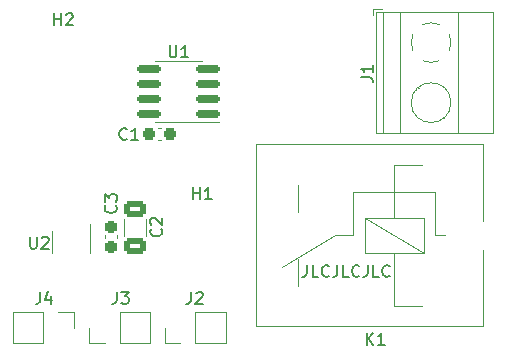
<source format=gto>
G04 #@! TF.GenerationSoftware,KiCad,Pcbnew,6.0.6*
G04 #@! TF.CreationDate,2022-07-14T17:33:28+02:00*
G04 #@! TF.ProjectId,3D_power_meter,33445f70-6f77-4657-925f-6d657465722e,rev?*
G04 #@! TF.SameCoordinates,Original*
G04 #@! TF.FileFunction,Legend,Top*
G04 #@! TF.FilePolarity,Positive*
%FSLAX46Y46*%
G04 Gerber Fmt 4.6, Leading zero omitted, Abs format (unit mm)*
G04 Created by KiCad (PCBNEW 6.0.6) date 2022-07-14 17:33:28*
%MOMM*%
%LPD*%
G01*
G04 APERTURE LIST*
G04 Aperture macros list*
%AMRoundRect*
0 Rectangle with rounded corners*
0 $1 Rounding radius*
0 $2 $3 $4 $5 $6 $7 $8 $9 X,Y pos of 4 corners*
0 Add a 4 corners polygon primitive as box body*
4,1,4,$2,$3,$4,$5,$6,$7,$8,$9,$2,$3,0*
0 Add four circle primitives for the rounded corners*
1,1,$1+$1,$2,$3*
1,1,$1+$1,$4,$5*
1,1,$1+$1,$6,$7*
1,1,$1+$1,$8,$9*
0 Add four rect primitives between the rounded corners*
20,1,$1+$1,$2,$3,$4,$5,0*
20,1,$1+$1,$4,$5,$6,$7,0*
20,1,$1+$1,$6,$7,$8,$9,0*
20,1,$1+$1,$8,$9,$2,$3,0*%
G04 Aperture macros list end*
%ADD10C,0.150000*%
%ADD11C,0.120000*%
%ADD12C,3.200000*%
%ADD13R,1.700000X1.700000*%
%ADD14O,1.700000X1.700000*%
%ADD15RoundRect,0.237500X-0.300000X-0.237500X0.300000X-0.237500X0.300000X0.237500X-0.300000X0.237500X0*%
%ADD16RoundRect,0.237500X-0.237500X0.300000X-0.237500X-0.300000X0.237500X-0.300000X0.237500X0.300000X0*%
%ADD17RoundRect,0.250000X-0.650000X0.412500X-0.650000X-0.412500X0.650000X-0.412500X0.650000X0.412500X0*%
%ADD18C,3.000000*%
%ADD19R,2.600000X2.600000*%
%ADD20C,2.600000*%
%ADD21R,0.650000X1.560000*%
%ADD22RoundRect,0.150000X0.825000X0.150000X-0.825000X0.150000X-0.825000X-0.150000X0.825000X-0.150000X0*%
G04 APERTURE END LIST*
D10*
X186141666Y-112702380D02*
X186141666Y-113416666D01*
X186094047Y-113559523D01*
X185998809Y-113654761D01*
X185855952Y-113702380D01*
X185760714Y-113702380D01*
X187094047Y-113702380D02*
X186617857Y-113702380D01*
X186617857Y-112702380D01*
X187998809Y-113607142D02*
X187951190Y-113654761D01*
X187808333Y-113702380D01*
X187713095Y-113702380D01*
X187570238Y-113654761D01*
X187475000Y-113559523D01*
X187427380Y-113464285D01*
X187379761Y-113273809D01*
X187379761Y-113130952D01*
X187427380Y-112940476D01*
X187475000Y-112845238D01*
X187570238Y-112750000D01*
X187713095Y-112702380D01*
X187808333Y-112702380D01*
X187951190Y-112750000D01*
X187998809Y-112797619D01*
X188713095Y-112702380D02*
X188713095Y-113416666D01*
X188665476Y-113559523D01*
X188570238Y-113654761D01*
X188427380Y-113702380D01*
X188332142Y-113702380D01*
X189665476Y-113702380D02*
X189189285Y-113702380D01*
X189189285Y-112702380D01*
X190570238Y-113607142D02*
X190522619Y-113654761D01*
X190379761Y-113702380D01*
X190284523Y-113702380D01*
X190141666Y-113654761D01*
X190046428Y-113559523D01*
X189998809Y-113464285D01*
X189951190Y-113273809D01*
X189951190Y-113130952D01*
X189998809Y-112940476D01*
X190046428Y-112845238D01*
X190141666Y-112750000D01*
X190284523Y-112702380D01*
X190379761Y-112702380D01*
X190522619Y-112750000D01*
X190570238Y-112797619D01*
X191284523Y-112702380D02*
X191284523Y-113416666D01*
X191236904Y-113559523D01*
X191141666Y-113654761D01*
X190998809Y-113702380D01*
X190903571Y-113702380D01*
X192236904Y-113702380D02*
X191760714Y-113702380D01*
X191760714Y-112702380D01*
X193141666Y-113607142D02*
X193094047Y-113654761D01*
X192951190Y-113702380D01*
X192855952Y-113702380D01*
X192713095Y-113654761D01*
X192617857Y-113559523D01*
X192570238Y-113464285D01*
X192522619Y-113273809D01*
X192522619Y-113130952D01*
X192570238Y-112940476D01*
X192617857Y-112845238D01*
X192713095Y-112750000D01*
X192855952Y-112702380D01*
X192951190Y-112702380D01*
X193094047Y-112750000D01*
X193141666Y-112797619D01*
X164763095Y-92402380D02*
X164763095Y-91402380D01*
X164763095Y-91878571D02*
X165334523Y-91878571D01*
X165334523Y-92402380D02*
X165334523Y-91402380D01*
X165763095Y-91497619D02*
X165810714Y-91450000D01*
X165905952Y-91402380D01*
X166144047Y-91402380D01*
X166239285Y-91450000D01*
X166286904Y-91497619D01*
X166334523Y-91592857D01*
X166334523Y-91688095D01*
X166286904Y-91830952D01*
X165715476Y-92402380D01*
X166334523Y-92402380D01*
X170041666Y-114977380D02*
X170041666Y-115691666D01*
X169994047Y-115834523D01*
X169898809Y-115929761D01*
X169755952Y-115977380D01*
X169660714Y-115977380D01*
X170422619Y-114977380D02*
X171041666Y-114977380D01*
X170708333Y-115358333D01*
X170851190Y-115358333D01*
X170946428Y-115405952D01*
X170994047Y-115453571D01*
X171041666Y-115548809D01*
X171041666Y-115786904D01*
X170994047Y-115882142D01*
X170946428Y-115929761D01*
X170851190Y-115977380D01*
X170565476Y-115977380D01*
X170470238Y-115929761D01*
X170422619Y-115882142D01*
X170883333Y-102007142D02*
X170835714Y-102054761D01*
X170692857Y-102102380D01*
X170597619Y-102102380D01*
X170454761Y-102054761D01*
X170359523Y-101959523D01*
X170311904Y-101864285D01*
X170264285Y-101673809D01*
X170264285Y-101530952D01*
X170311904Y-101340476D01*
X170359523Y-101245238D01*
X170454761Y-101150000D01*
X170597619Y-101102380D01*
X170692857Y-101102380D01*
X170835714Y-101150000D01*
X170883333Y-101197619D01*
X171835714Y-102102380D02*
X171264285Y-102102380D01*
X171550000Y-102102380D02*
X171550000Y-101102380D01*
X171454761Y-101245238D01*
X171359523Y-101340476D01*
X171264285Y-101388095D01*
X169932142Y-107666666D02*
X169979761Y-107714285D01*
X170027380Y-107857142D01*
X170027380Y-107952380D01*
X169979761Y-108095238D01*
X169884523Y-108190476D01*
X169789285Y-108238095D01*
X169598809Y-108285714D01*
X169455952Y-108285714D01*
X169265476Y-108238095D01*
X169170238Y-108190476D01*
X169075000Y-108095238D01*
X169027380Y-107952380D01*
X169027380Y-107857142D01*
X169075000Y-107714285D01*
X169122619Y-107666666D01*
X169027380Y-107333333D02*
X169027380Y-106714285D01*
X169408333Y-107047619D01*
X169408333Y-106904761D01*
X169455952Y-106809523D01*
X169503571Y-106761904D01*
X169598809Y-106714285D01*
X169836904Y-106714285D01*
X169932142Y-106761904D01*
X169979761Y-106809523D01*
X170027380Y-106904761D01*
X170027380Y-107190476D01*
X169979761Y-107285714D01*
X169932142Y-107333333D01*
X173782142Y-109666666D02*
X173829761Y-109714285D01*
X173877380Y-109857142D01*
X173877380Y-109952380D01*
X173829761Y-110095238D01*
X173734523Y-110190476D01*
X173639285Y-110238095D01*
X173448809Y-110285714D01*
X173305952Y-110285714D01*
X173115476Y-110238095D01*
X173020238Y-110190476D01*
X172925000Y-110095238D01*
X172877380Y-109952380D01*
X172877380Y-109857142D01*
X172925000Y-109714285D01*
X172972619Y-109666666D01*
X172972619Y-109285714D02*
X172925000Y-109238095D01*
X172877380Y-109142857D01*
X172877380Y-108904761D01*
X172925000Y-108809523D01*
X172972619Y-108761904D01*
X173067857Y-108714285D01*
X173163095Y-108714285D01*
X173305952Y-108761904D01*
X173877380Y-109333333D01*
X173877380Y-108714285D01*
X163541666Y-114977380D02*
X163541666Y-115691666D01*
X163494047Y-115834523D01*
X163398809Y-115929761D01*
X163255952Y-115977380D01*
X163160714Y-115977380D01*
X164446428Y-115310714D02*
X164446428Y-115977380D01*
X164208333Y-114929761D02*
X163970238Y-115644047D01*
X164589285Y-115644047D01*
X176316666Y-115002380D02*
X176316666Y-115716666D01*
X176269047Y-115859523D01*
X176173809Y-115954761D01*
X176030952Y-116002380D01*
X175935714Y-116002380D01*
X176745238Y-115097619D02*
X176792857Y-115050000D01*
X176888095Y-115002380D01*
X177126190Y-115002380D01*
X177221428Y-115050000D01*
X177269047Y-115097619D01*
X177316666Y-115192857D01*
X177316666Y-115288095D01*
X177269047Y-115430952D01*
X176697619Y-116002380D01*
X177316666Y-116002380D01*
X191186904Y-119452380D02*
X191186904Y-118452380D01*
X191758333Y-119452380D02*
X191329761Y-118880952D01*
X191758333Y-118452380D02*
X191186904Y-119023809D01*
X192710714Y-119452380D02*
X192139285Y-119452380D01*
X192425000Y-119452380D02*
X192425000Y-118452380D01*
X192329761Y-118595238D01*
X192234523Y-118690476D01*
X192139285Y-118738095D01*
X190702380Y-96808333D02*
X191416666Y-96808333D01*
X191559523Y-96855952D01*
X191654761Y-96951190D01*
X191702380Y-97094047D01*
X191702380Y-97189285D01*
X191702380Y-95808333D02*
X191702380Y-96379761D01*
X191702380Y-96094047D02*
X190702380Y-96094047D01*
X190845238Y-96189285D01*
X190940476Y-96284523D01*
X190988095Y-96379761D01*
X176513095Y-107127380D02*
X176513095Y-106127380D01*
X176513095Y-106603571D02*
X177084523Y-106603571D01*
X177084523Y-107127380D02*
X177084523Y-106127380D01*
X178084523Y-107127380D02*
X177513095Y-107127380D01*
X177798809Y-107127380D02*
X177798809Y-106127380D01*
X177703571Y-106270238D01*
X177608333Y-106365476D01*
X177513095Y-106413095D01*
X162688095Y-110327380D02*
X162688095Y-111136904D01*
X162735714Y-111232142D01*
X162783333Y-111279761D01*
X162878571Y-111327380D01*
X163069047Y-111327380D01*
X163164285Y-111279761D01*
X163211904Y-111232142D01*
X163259523Y-111136904D01*
X163259523Y-110327380D01*
X163688095Y-110422619D02*
X163735714Y-110375000D01*
X163830952Y-110327380D01*
X164069047Y-110327380D01*
X164164285Y-110375000D01*
X164211904Y-110422619D01*
X164259523Y-110517857D01*
X164259523Y-110613095D01*
X164211904Y-110755952D01*
X163640476Y-111327380D01*
X164259523Y-111327380D01*
X174513095Y-94102380D02*
X174513095Y-94911904D01*
X174560714Y-95007142D01*
X174608333Y-95054761D01*
X174703571Y-95102380D01*
X174894047Y-95102380D01*
X174989285Y-95054761D01*
X175036904Y-95007142D01*
X175084523Y-94911904D01*
X175084523Y-94102380D01*
X176084523Y-95102380D02*
X175513095Y-95102380D01*
X175798809Y-95102380D02*
X175798809Y-94102380D01*
X175703571Y-94245238D01*
X175608333Y-94340476D01*
X175513095Y-94388095D01*
D11*
X163830000Y-116670000D02*
X161230000Y-116670000D01*
X161230000Y-116670000D02*
X161230000Y-119330000D01*
X166430000Y-116670000D02*
X166430000Y-118000000D01*
X163830000Y-119330000D02*
X161230000Y-119330000D01*
X163830000Y-116670000D02*
X163830000Y-119330000D01*
X165100000Y-116670000D02*
X166430000Y-116670000D01*
X173503733Y-101090000D02*
X173796267Y-101090000D01*
X173503733Y-102110000D02*
X173796267Y-102110000D01*
X169065000Y-110166233D02*
X169065000Y-110458767D01*
X170085000Y-110166233D02*
X170085000Y-110458767D01*
X172485000Y-108788748D02*
X172485000Y-110211252D01*
X170665000Y-108788748D02*
X170665000Y-110211252D01*
X167670000Y-119330000D02*
X167670000Y-118000000D01*
X170270000Y-119330000D02*
X172870000Y-119330000D01*
X172870000Y-119330000D02*
X172870000Y-116670000D01*
X170270000Y-116670000D02*
X172870000Y-116670000D01*
X170270000Y-119330000D02*
X170270000Y-116670000D01*
X169000000Y-119330000D02*
X167670000Y-119330000D01*
X174095000Y-119330000D02*
X174095000Y-118000000D01*
X179295000Y-119330000D02*
X179295000Y-116670000D01*
X176695000Y-119330000D02*
X179295000Y-119330000D01*
X175425000Y-119330000D02*
X174095000Y-119330000D01*
X176695000Y-119330000D02*
X176695000Y-116670000D01*
X176695000Y-116670000D02*
X179295000Y-116670000D01*
X196050000Y-108700000D02*
X196050000Y-111700000D01*
X190050000Y-106500000D02*
X196950000Y-106500000D01*
X201050000Y-117900000D02*
X201050000Y-111400000D01*
X191050000Y-108700000D02*
X196050000Y-111700000D01*
X195850000Y-104200000D02*
X193550000Y-104200000D01*
X193550000Y-116200000D02*
X195850000Y-116200000D01*
X181850000Y-117900000D02*
X181850000Y-102500000D01*
X185350000Y-105900000D02*
X185350000Y-108200000D01*
X201050000Y-109000000D02*
X201050000Y-102500000D01*
X188550000Y-110200000D02*
X184050000Y-112900000D01*
X201050000Y-117900000D02*
X181850000Y-117900000D01*
X193550000Y-108700000D02*
X193550000Y-104200000D01*
X181850000Y-102500000D02*
X201050000Y-102500000D01*
X190050000Y-110200000D02*
X190050000Y-106500000D01*
X196050000Y-111700000D02*
X191050000Y-111700000D01*
X191050000Y-111700000D02*
X191050000Y-108700000D01*
X193550000Y-116200000D02*
X193550000Y-111700000D01*
X185350000Y-114500000D02*
X185350000Y-112200000D01*
X190050000Y-110200000D02*
X188550000Y-110200000D01*
X196950000Y-110200000D02*
X197850000Y-110200000D01*
X196950000Y-110200000D02*
X196950000Y-106500000D01*
X191050000Y-108700000D02*
X196050000Y-108700000D01*
X191745000Y-91040000D02*
X191745000Y-91540000D01*
X198946000Y-91280000D02*
X198946000Y-101560000D01*
X192485000Y-91040000D02*
X191745000Y-91040000D01*
X201906000Y-91280000D02*
X201906000Y-101560000D01*
X192545000Y-91280000D02*
X192545000Y-101560000D01*
X201906000Y-91280000D02*
X191985000Y-91280000D01*
X197714000Y-100235000D02*
X197668000Y-100188000D01*
X195406000Y-97926000D02*
X195371000Y-97891000D01*
X194045000Y-91280000D02*
X194045000Y-101560000D01*
X191985000Y-91280000D02*
X191985000Y-101560000D01*
X195622000Y-97733000D02*
X195576000Y-97686000D01*
X201906000Y-101560000D02*
X191985000Y-101560000D01*
X197920000Y-100030000D02*
X197884000Y-99995000D01*
X197329000Y-92345000D02*
G75*
G03*
X195961958Y-92344573I-684001J-1534993D01*
G01*
X198180000Y-94564000D02*
G75*
G03*
X198180427Y-93196958I-1534993J684001D01*
G01*
X195961000Y-95415001D02*
G75*
G03*
X197328042Y-95415427I684000J1535001D01*
G01*
X194965000Y-93880000D02*
G75*
G03*
X195110244Y-94563318I1680000J0D01*
G01*
X195110000Y-93196000D02*
G75*
G03*
X194964747Y-93908805I1535001J-683999D01*
G01*
X198325000Y-98960000D02*
G75*
G03*
X198325000Y-98960000I-1680000J0D01*
G01*
X167785000Y-111650000D02*
X167785000Y-109200000D01*
X164565000Y-109850000D02*
X164565000Y-111650000D01*
X175260000Y-100560000D02*
X173310000Y-100560000D01*
X175260000Y-95440000D02*
X173310000Y-95440000D01*
X175260000Y-100560000D02*
X178710000Y-100560000D01*
X175260000Y-95440000D02*
X177210000Y-95440000D01*
%LPC*%
D12*
X165525000Y-95800000D03*
D13*
X165100000Y-118000000D03*
D14*
X162560000Y-118000000D03*
D15*
X172787500Y-101600000D03*
X174512500Y-101600000D03*
D16*
X169575000Y-109450000D03*
X169575000Y-111175000D03*
D17*
X171575000Y-107937500D03*
X171575000Y-111062500D03*
D13*
X169000000Y-118000000D03*
D14*
X171540000Y-118000000D03*
D13*
X175425000Y-118000000D03*
D14*
X177965000Y-118000000D03*
D18*
X199550000Y-110200000D03*
X185350000Y-116200000D03*
X185350000Y-104200000D03*
X197550000Y-104200000D03*
X197550000Y-116200000D03*
D19*
X196645000Y-93880000D03*
D20*
X196645000Y-98960000D03*
D12*
X177275000Y-110525000D03*
D21*
X167125000Y-109400000D03*
X166175000Y-109400000D03*
X165225000Y-109400000D03*
X165225000Y-112100000D03*
X167125000Y-112100000D03*
D22*
X177735000Y-99905000D03*
X177735000Y-98635000D03*
X177735000Y-97365000D03*
X177735000Y-96095000D03*
X172785000Y-96095000D03*
X172785000Y-97365000D03*
X172785000Y-98635000D03*
X172785000Y-99905000D03*
M02*

</source>
